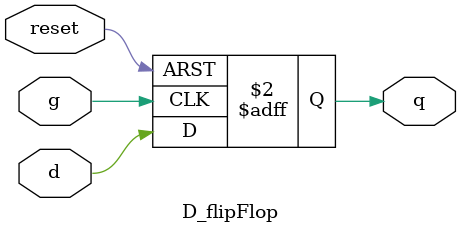
<source format=v>
module D_flipFlop(
    
  input d, 
  input g, 
  input reset,
  output reg q
);
    
  always @(posedge g, posedge reset)
    if (reset) 
        q <= 0;
    else
        q <= d;
    
endmodule
</source>
